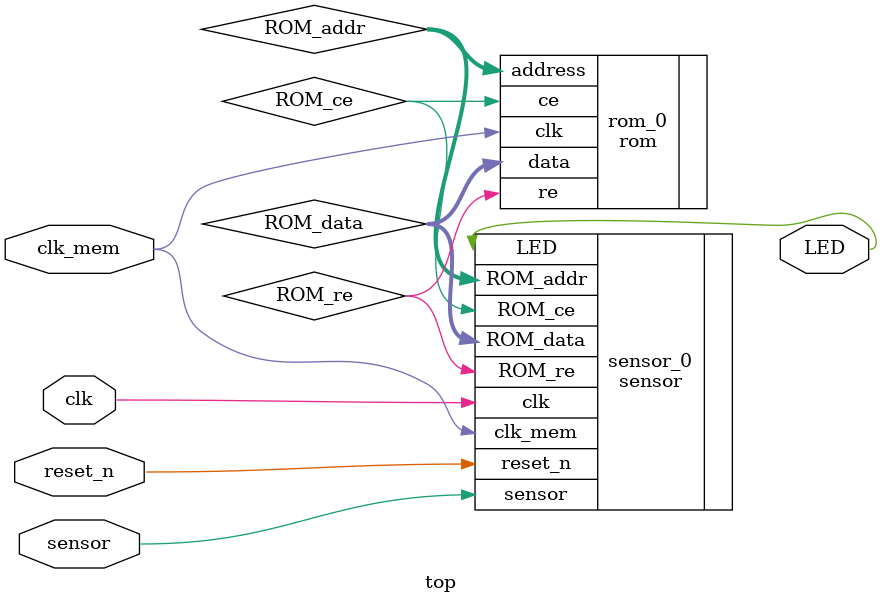
<source format=sv>
`timescale 1ns/1ps

module top(
	input 		clk,
	input 		clk_mem,
	input 		reset_n,
	input 		sensor,
	output 		LED
);

wire [7:0] 	ROM_data;
wire [3:0] 	ROM_addr;
wire 		ROM_re;
wire 		ROM_ce;

sensor sensor_0(
	.clk 		(clk), 		// Main system clock
	.reset_n 	(reset_n), 	// Global asynchronous reset
	.sensor 	(sensor), 	// Input from sensor
	.LED 		(LED), 		// Output to LEDs
	//ROM interface
	.clk_mem 	(clk_mem), 	// Slower clock for memory
	.ROM_data 	(ROM_data), // Data from ROM
	.ROM_addr 	(ROM_addr), // ROM address pointer
	.ROM_re		(ROM_re), 	// Rom read enable
	.ROM_ce		(ROM_ce) 	// ROM chip enable
);

rom rom_0(
	.address 	(ROM_addr), // Address Input
	.data    	(ROM_data), // Data Output
	.re 		(ROM_re), 	// Read Enable 
	.ce 		(ROM_ce), 	// Chip Enable
	.clk 		(clk_mem) 	// Memory Clock
);


endmodule

</source>
